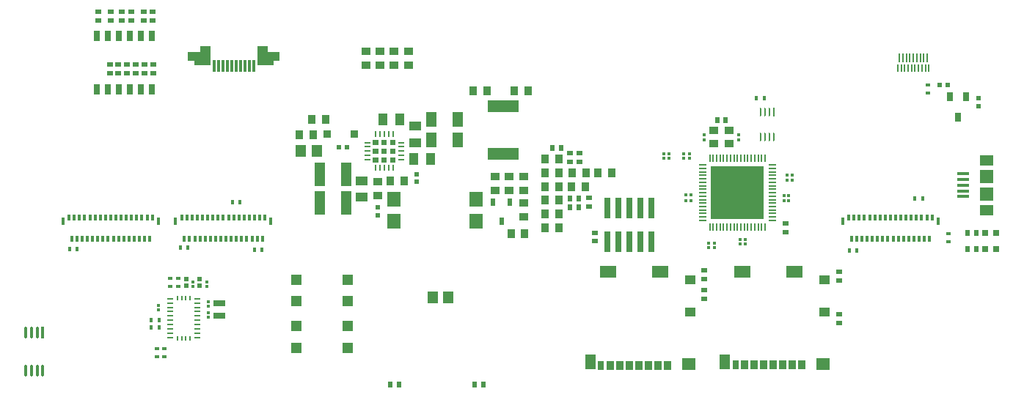
<source format=gtp>
G04*
G04 #@! TF.GenerationSoftware,Altium Limited,Altium Designer,21.6.1 (37)*
G04*
G04 Layer_Color=8421504*
%FSLAX44Y44*%
%MOMM*%
G71*
G04*
G04 #@! TF.SameCoordinates,B15FB352-D5CA-4759-B8DC-376305D7300E*
G04*
G04*
G04 #@! TF.FilePolarity,Positive*
G04*
G01*
G75*
%ADD17R,2.6500X1.1000*%
%ADD18R,1.9500X1.6000*%
%ADD19R,1.2500X2.3000*%
%ADD20R,1.5093X0.1093*%
%ADD21R,0.3500X1.4000*%
%ADD22O,0.3500X1.4000*%
%ADD23R,1.5500X1.3500*%
%ADD24R,1.1700X1.8000*%
%ADD25R,1.9000X1.3500*%
%ADD26R,1.2000X1.0000*%
%ADD27R,0.8500X1.1000*%
%ADD28R,0.8750X1.1000*%
%ADD29R,0.7500X1.1000*%
%ADD30R,0.6500X0.5500*%
%ADD31R,0.3200X0.3600*%
%ADD32R,1.0000X0.9000*%
%ADD33R,0.4500X0.5500*%
%ADD34R,1.0000X1.0000*%
%ADD35R,0.3050X1.4050*%
%ADD36R,0.4000X0.9500*%
%ADD37R,0.3000X0.6500*%
%ADD38R,0.5500X0.4500*%
%ADD39R,0.5200X0.5200*%
%ADD40R,0.2500X0.5750*%
%ADD41R,0.6750X0.2500*%
%ADD42R,1.4000X0.7500*%
%ADD43O,1.0000X0.2000*%
%ADD44O,0.2000X1.0000*%
%ADD45R,0.9000X1.0000*%
%ADD46R,0.5500X0.6500*%
G04:AMPARAMS|DCode=47|XSize=1.0111mm|YSize=0.2425mm|CornerRadius=0.1212mm|HoleSize=0mm|Usage=FLASHONLY|Rotation=270.000|XOffset=0mm|YOffset=0mm|HoleType=Round|Shape=RoundedRectangle|*
%AMROUNDEDRECTD47*
21,1,1.0111,0.0000,0,0,270.0*
21,1,0.7686,0.2425,0,0,270.0*
1,1,0.2425,0.0000,-0.3843*
1,1,0.2425,0.0000,0.3843*
1,1,0.2425,0.0000,0.3843*
1,1,0.2425,0.0000,-0.3843*
%
%ADD47ROUNDEDRECTD47*%
%ADD48R,0.6200X0.6200*%
%ADD49R,0.6200X0.6200*%
%ADD50R,1.1500X1.8000*%
G04:AMPARAMS|DCode=51|XSize=0.55mm|YSize=0.8mm|CornerRadius=0.0495mm|HoleSize=0mm|Usage=FLASHONLY|Rotation=0.000|XOffset=0mm|YOffset=0mm|HoleType=Round|Shape=RoundedRectangle|*
%AMROUNDEDRECTD51*
21,1,0.5500,0.7010,0,0,0.0*
21,1,0.4510,0.8000,0,0,0.0*
1,1,0.0990,0.2255,-0.3505*
1,1,0.0990,-0.2255,-0.3505*
1,1,0.0990,-0.2255,0.3505*
1,1,0.0990,0.2255,0.3505*
%
%ADD51ROUNDEDRECTD51*%
%ADD52R,0.2300X0.8500*%
%ADD53R,0.2300X1.0000*%
%ADD54R,0.8000X1.0000*%
%ADD55R,1.1500X1.4500*%
%ADD56R,1.5500X1.5000*%
%ADD57R,1.3500X0.4000*%
%ADD58R,0.7600X2.4000*%
%ADD59R,6.2000X6.2000*%
%ADD60R,0.8000X0.8000*%
%ADD61R,1.2000X1.2000*%
%ADD62R,0.3600X0.3200*%
%ADD63R,0.7600X1.2500*%
%ADD64R,0.2425X1.0111*%
%ADD65R,1.5200X1.7800*%
%ADD66R,0.2500X0.7000*%
%ADD67R,0.7000X0.2500*%
%ADD68R,0.9000X0.9500*%
%ADD69R,1.1500X2.7000*%
%ADD70R,1.0500X1.4000*%
%ADD71R,3.5600X1.4000*%
%ADD72R,1.4000X1.0500*%
%ADD73R,1.5500X1.2000*%
%ADD74R,1.5500X1.2000*%
G36*
X438852Y297788D02*
X432852D01*
Y303788D01*
X438852D01*
Y297788D01*
D02*
G37*
G36*
X428852D02*
X422852D01*
Y303788D01*
X428852D01*
Y297788D01*
D02*
G37*
G36*
X418852D02*
X412852D01*
Y303788D01*
X418852D01*
Y297788D01*
D02*
G37*
G36*
X438852Y287788D02*
X432852D01*
Y293788D01*
X438852D01*
Y287788D01*
D02*
G37*
G36*
X428852D02*
X422852D01*
Y293788D01*
X428852D01*
Y287788D01*
D02*
G37*
G36*
X418852D02*
X412852D01*
Y293788D01*
X418852D01*
Y287788D01*
D02*
G37*
G36*
X438852Y277788D02*
X432852D01*
Y283788D01*
X438852D01*
Y277788D01*
D02*
G37*
G36*
X428852D02*
X422852D01*
Y283788D01*
X428852D01*
Y277788D01*
D02*
G37*
G36*
X418852D02*
X412852D01*
Y283788D01*
X418852D01*
Y277788D01*
D02*
G37*
D17*
X212137Y400458D02*
D03*
X292636Y400458D02*
D03*
D18*
X215637Y397958D02*
D03*
X289136Y397958D02*
D03*
D19*
X219137Y401458D02*
D03*
X285637D02*
D03*
D20*
X867918Y321564D02*
D03*
D21*
X31750Y81500D02*
D03*
D22*
X25250D02*
D03*
X18750D02*
D03*
X12250D02*
D03*
X25250Y37500D02*
D03*
X31750D02*
D03*
X18750D02*
D03*
X12250D02*
D03*
D23*
X932475Y44725D02*
D03*
X777194Y44722D02*
D03*
D24*
X819275Y46975D02*
D03*
X663994Y46972D02*
D03*
D25*
X899225Y151725D02*
D03*
X839525D02*
D03*
X684244Y151722D02*
D03*
X743944D02*
D03*
D26*
X934225Y141975D02*
D03*
Y104975D02*
D03*
X778944Y141972D02*
D03*
Y104972D02*
D03*
D27*
X907875Y43475D02*
D03*
X885875D02*
D03*
X874875D02*
D03*
X863875D02*
D03*
X852875D02*
D03*
X841875D02*
D03*
X719594Y43472D02*
D03*
X697594D02*
D03*
X752594D02*
D03*
X730594D02*
D03*
X708594D02*
D03*
X686594D02*
D03*
D28*
X896875Y43475D02*
D03*
X741594Y43472D02*
D03*
D29*
X831375Y43475D02*
D03*
X676094Y43472D02*
D03*
D30*
X950750Y92500D02*
D03*
Y102500D02*
D03*
X951000Y141500D02*
D03*
Y151500D02*
D03*
X662313Y226820D02*
D03*
X95962Y452000D02*
D03*
X110000D02*
D03*
X123000D02*
D03*
X134000D02*
D03*
X148000D02*
D03*
X158700D02*
D03*
X119000Y391000D02*
D03*
X139000D02*
D03*
X149000D02*
D03*
X109000D02*
D03*
X129000D02*
D03*
X159000D02*
D03*
X889200Y197100D02*
D03*
X795250Y153250D02*
D03*
X651256Y278718D02*
D03*
X640334D02*
D03*
X668838Y196633D02*
D03*
X159000Y381000D02*
D03*
X129000D02*
D03*
X109000D02*
D03*
X149000D02*
D03*
X139000D02*
D03*
X119000D02*
D03*
X889200Y207100D02*
D03*
X668838Y186633D02*
D03*
X640334Y288718D02*
D03*
X651256D02*
D03*
X158700Y442000D02*
D03*
X148000D02*
D03*
X134000D02*
D03*
X123000D02*
D03*
X110000D02*
D03*
X95962D02*
D03*
X662313Y236820D02*
D03*
X795250Y143250D02*
D03*
Y130250D02*
D03*
Y120250D02*
D03*
D31*
X222600Y111218D02*
D03*
Y116818D02*
D03*
Y104360D02*
D03*
Y98760D02*
D03*
X165000Y107200D02*
D03*
Y112800D02*
D03*
X205000Y134200D02*
D03*
Y139800D02*
D03*
X221000Y134200D02*
D03*
Y139800D02*
D03*
X748300Y282500D02*
D03*
Y288100D02*
D03*
X754900Y282500D02*
D03*
Y288100D02*
D03*
X795528Y309378D02*
D03*
X834644Y303778D02*
D03*
Y309378D02*
D03*
X795528Y303778D02*
D03*
X842772Y188976D02*
D03*
Y183376D02*
D03*
X836422Y188976D02*
D03*
Y183376D02*
D03*
X771400Y282500D02*
D03*
Y288100D02*
D03*
X777900Y282500D02*
D03*
Y288100D02*
D03*
X891032Y263150D02*
D03*
Y257550D02*
D03*
X897102Y263150D02*
D03*
Y257550D02*
D03*
X806704Y184664D02*
D03*
Y179064D02*
D03*
X800215Y184662D02*
D03*
Y179062D02*
D03*
D32*
X405000Y390000D02*
D03*
Y406000D02*
D03*
X421000Y406000D02*
D03*
Y390000D02*
D03*
X586590Y215028D02*
D03*
X805836Y315090D02*
D03*
X824336Y299590D02*
D03*
Y315090D02*
D03*
X805836Y299590D02*
D03*
X570144Y261762D02*
D03*
Y245762D02*
D03*
X437000Y390000D02*
D03*
Y406000D02*
D03*
X454000Y390000D02*
D03*
Y406000D02*
D03*
X418450Y255550D02*
D03*
Y239550D02*
D03*
X554142Y261762D02*
D03*
Y245762D02*
D03*
X586654Y261762D02*
D03*
Y245762D02*
D03*
X586590Y231028D02*
D03*
D33*
X71500Y178000D02*
D03*
X62500D02*
D03*
X156700Y86900D02*
D03*
X165700D02*
D03*
X156700Y95700D02*
D03*
X165700D02*
D03*
X962500Y176000D02*
D03*
X971500D02*
D03*
X199500Y179000D02*
D03*
X190500D02*
D03*
X1038500Y236000D02*
D03*
X1047500D02*
D03*
X284800Y176600D02*
D03*
X275800D02*
D03*
X250500Y232000D02*
D03*
X259500D02*
D03*
X855293Y352228D02*
D03*
X864293D02*
D03*
D34*
X215227Y398848D02*
D03*
X289377Y398768D02*
D03*
D35*
X229887Y388958D02*
D03*
X234887D02*
D03*
X239887D02*
D03*
X244887D02*
D03*
X249887D02*
D03*
X254887D02*
D03*
X259887D02*
D03*
X264887D02*
D03*
X269887D02*
D03*
X274887D02*
D03*
D03*
D36*
X295122Y210158D02*
D03*
X185122D02*
D03*
X55122D02*
D03*
X165122D02*
D03*
X955122D02*
D03*
X1065122D02*
D03*
D37*
X195197Y189158D02*
D03*
X201197D02*
D03*
X207197D02*
D03*
X213197D02*
D03*
X219197D02*
D03*
X225197D02*
D03*
X231197D02*
D03*
X237197D02*
D03*
X243197D02*
D03*
X249197D02*
D03*
X255197D02*
D03*
X261197D02*
D03*
X267197D02*
D03*
X273197D02*
D03*
X279197D02*
D03*
X192122Y213657D02*
D03*
X198122D02*
D03*
X204122D02*
D03*
X210122D02*
D03*
X216122D02*
D03*
X222122D02*
D03*
X228122D02*
D03*
X234122D02*
D03*
X240122D02*
D03*
X246122D02*
D03*
X252122D02*
D03*
X258122D02*
D03*
X264122D02*
D03*
X270122D02*
D03*
X276122D02*
D03*
X282122D02*
D03*
X285197Y189158D02*
D03*
X288122Y213657D02*
D03*
X158122D02*
D03*
X155197Y189158D02*
D03*
X152122Y213657D02*
D03*
X146122D02*
D03*
X140122D02*
D03*
X134122D02*
D03*
X128122D02*
D03*
X122122D02*
D03*
X116122D02*
D03*
X110122D02*
D03*
X104122D02*
D03*
X98122D02*
D03*
X92122D02*
D03*
X86122D02*
D03*
X80122D02*
D03*
X74122D02*
D03*
X68122D02*
D03*
X62122D02*
D03*
X149197Y189158D02*
D03*
X143197D02*
D03*
X137197D02*
D03*
X131197D02*
D03*
X125197D02*
D03*
X119197D02*
D03*
X113197D02*
D03*
X107197D02*
D03*
X101197D02*
D03*
X95197D02*
D03*
X89197D02*
D03*
X83197D02*
D03*
X77197D02*
D03*
X71197D02*
D03*
X65197D02*
D03*
X1058122Y213657D02*
D03*
X1055197Y189158D02*
D03*
X1052122Y213657D02*
D03*
X1046122D02*
D03*
X1040122D02*
D03*
X1034122D02*
D03*
X1028122D02*
D03*
X1022122D02*
D03*
X1016122D02*
D03*
X1010122D02*
D03*
X1004122D02*
D03*
X998122D02*
D03*
X992122D02*
D03*
X986122D02*
D03*
X980122D02*
D03*
X974122D02*
D03*
X968122D02*
D03*
X962122D02*
D03*
X1049197Y189158D02*
D03*
X1043197D02*
D03*
X1037197D02*
D03*
X1031197D02*
D03*
X1025197D02*
D03*
X1019197D02*
D03*
X1013197D02*
D03*
X1007197D02*
D03*
X1001197D02*
D03*
X995197D02*
D03*
X989197D02*
D03*
X983197D02*
D03*
X977197D02*
D03*
X971197D02*
D03*
X965197D02*
D03*
D38*
X172250Y62250D02*
D03*
Y53250D02*
D03*
X163250Y62250D02*
D03*
Y53250D02*
D03*
X179000Y143500D02*
D03*
Y134500D02*
D03*
X187989Y143500D02*
D03*
Y134500D02*
D03*
X1076750Y186250D02*
D03*
Y195250D02*
D03*
X1053750Y367000D02*
D03*
Y358000D02*
D03*
D39*
X197000Y143000D02*
D03*
Y135000D02*
D03*
X213000Y143000D02*
D03*
Y135000D02*
D03*
D40*
X186951Y120906D02*
D03*
X191951D02*
D03*
X196951D02*
D03*
X201951D02*
D03*
Y74656D02*
D03*
X196951D02*
D03*
X191951D02*
D03*
X186951D02*
D03*
D41*
X178826Y75281D02*
D03*
Y80281D02*
D03*
Y85281D02*
D03*
Y90281D02*
D03*
Y95281D02*
D03*
Y100281D02*
D03*
Y105281D02*
D03*
Y110281D02*
D03*
Y115281D02*
D03*
Y120281D02*
D03*
X210076Y115281D02*
D03*
Y110281D02*
D03*
Y105281D02*
D03*
Y100281D02*
D03*
Y95281D02*
D03*
Y90281D02*
D03*
Y85281D02*
D03*
Y80281D02*
D03*
Y75281D02*
D03*
Y120281D02*
D03*
D42*
X235750Y115050D02*
D03*
Y100450D02*
D03*
D43*
X793506Y230762D02*
D03*
Y242762D02*
D03*
X793506Y266762D02*
D03*
X873506Y254762D02*
D03*
X793506Y218762D02*
D03*
X793506Y254762D02*
D03*
X873506Y266762D02*
D03*
X873506Y230762D02*
D03*
Y210762D02*
D03*
Y214762D02*
D03*
X873506Y218762D02*
D03*
Y222762D02*
D03*
Y226762D02*
D03*
X873506Y234762D02*
D03*
Y238762D02*
D03*
Y242762D02*
D03*
Y246762D02*
D03*
Y250762D02*
D03*
X873506Y258762D02*
D03*
X873506Y262762D02*
D03*
Y270762D02*
D03*
X873506Y274762D02*
D03*
X793506D02*
D03*
X793506Y270762D02*
D03*
Y262762D02*
D03*
X793506Y258762D02*
D03*
X793506Y250762D02*
D03*
Y246762D02*
D03*
Y238762D02*
D03*
Y234762D02*
D03*
X793506Y226762D02*
D03*
Y222762D02*
D03*
X793506Y214762D02*
D03*
Y210762D02*
D03*
D44*
X825506Y282762D02*
D03*
X845506Y202762D02*
D03*
X833506D02*
D03*
X809506Y202762D02*
D03*
Y282762D02*
D03*
X821506Y282762D02*
D03*
X857506Y202762D02*
D03*
X821506Y202762D02*
D03*
X801506D02*
D03*
X805506D02*
D03*
X813506Y202762D02*
D03*
X817506D02*
D03*
X825506Y202762D02*
D03*
X829506D02*
D03*
X837506D02*
D03*
X841506D02*
D03*
X849506Y202762D02*
D03*
X853506Y202762D02*
D03*
X861506D02*
D03*
X865506Y202762D02*
D03*
Y282762D02*
D03*
X861506Y282762D02*
D03*
X857506Y282762D02*
D03*
X853506Y282762D02*
D03*
X849506Y282762D02*
D03*
X845506Y282762D02*
D03*
X841506D02*
D03*
X837506D02*
D03*
X833506D02*
D03*
X829506D02*
D03*
X817506Y282762D02*
D03*
X813506D02*
D03*
X805506Y282762D02*
D03*
X801506D02*
D03*
D45*
X611452Y218440D02*
D03*
Y234188D02*
D03*
Y249936D02*
D03*
Y202438D02*
D03*
Y265938D02*
D03*
Y281686D02*
D03*
X657600Y249400D02*
D03*
X528128Y360464D02*
D03*
X658600Y265850D02*
D03*
X672250Y265800D02*
D03*
X627452Y218440D02*
D03*
Y234188D02*
D03*
Y249936D02*
D03*
Y202438D02*
D03*
Y265938D02*
D03*
Y281686D02*
D03*
X641600Y249400D02*
D03*
X592000Y360550D02*
D03*
X642600Y265850D02*
D03*
X688250Y265800D02*
D03*
X576000Y360550D02*
D03*
X342520Y327406D02*
D03*
X358520D02*
D03*
X588136Y195834D02*
D03*
X572136D02*
D03*
X544128Y360464D02*
D03*
X344104Y309410D02*
D03*
X328104D02*
D03*
X448878Y256324D02*
D03*
X432878D02*
D03*
D46*
X640504Y236375D02*
D03*
X619952Y294894D02*
D03*
X640504Y225779D02*
D03*
X1109026Y177769D02*
D03*
X1099026D02*
D03*
X1109026Y196049D02*
D03*
X1099026D02*
D03*
X650504Y225779D02*
D03*
X650504Y236375D02*
D03*
X820086Y326898D02*
D03*
X810086D02*
D03*
X540432Y21336D02*
D03*
X530432D02*
D03*
X442642Y20828D02*
D03*
X432642D02*
D03*
X629952Y294894D02*
D03*
D47*
X875418Y307059D02*
D03*
X860418Y336069D02*
D03*
X870418Y307059D02*
D03*
X865418D02*
D03*
X860418D02*
D03*
X865418Y336069D02*
D03*
X870418D02*
D03*
D48*
X1111946Y351756D02*
D03*
Y342756D02*
D03*
X418200Y225850D02*
D03*
Y216850D02*
D03*
X462892Y264358D02*
D03*
Y255358D02*
D03*
D49*
X1076000Y367500D02*
D03*
X382888Y295402D02*
D03*
X373888D02*
D03*
X1067000Y367500D02*
D03*
D50*
X510474Y327952D02*
D03*
X480474Y304076D02*
D03*
X510474D02*
D03*
X480474Y327952D02*
D03*
D51*
X561190Y209996D02*
D03*
X570690Y231996D02*
D03*
X551690D02*
D03*
D52*
X1030509Y386742D02*
D03*
X1042509D02*
D03*
X1054509D02*
D03*
X1050509D02*
D03*
X1046509D02*
D03*
X1038509D02*
D03*
X1034509D02*
D03*
X1026509D02*
D03*
X1022509D02*
D03*
X1018509D02*
D03*
D53*
X1024509Y398992D02*
D03*
X1036509D02*
D03*
X1048509D02*
D03*
X1052509D02*
D03*
X1044509D02*
D03*
X1040509D02*
D03*
X1032509D02*
D03*
X1028509D02*
D03*
X1020509D02*
D03*
D54*
X1097570Y354176D02*
D03*
X1088070Y330176D02*
D03*
X1078570Y354176D02*
D03*
D55*
X481579Y121905D02*
D03*
X347770Y291122D02*
D03*
X329770D02*
D03*
X499579Y121905D02*
D03*
D56*
X1120981Y261471D02*
D03*
Y241471D02*
D03*
D57*
X1093981Y264471D02*
D03*
Y238471D02*
D03*
Y244971D02*
D03*
Y251471D02*
D03*
Y257971D02*
D03*
D58*
X708752Y224923D02*
D03*
X734152Y185923D02*
D03*
X683352D02*
D03*
X696052D02*
D03*
X708752D02*
D03*
X721452D02*
D03*
X683352Y224923D02*
D03*
X696052D02*
D03*
X721452D02*
D03*
X734152D02*
D03*
D59*
X833506Y242762D02*
D03*
D60*
X1132111Y195935D02*
D03*
Y177727D02*
D03*
X1119611D02*
D03*
Y195935D02*
D03*
D61*
X324750Y63500D02*
D03*
Y88500D02*
D03*
X383750Y63500D02*
D03*
Y88500D02*
D03*
X324764Y117500D02*
D03*
Y142500D02*
D03*
X383764Y117500D02*
D03*
Y142500D02*
D03*
D62*
X779780Y233426D02*
D03*
X774180D02*
D03*
X779786Y240030D02*
D03*
X774186D02*
D03*
X892810Y239776D02*
D03*
X887210D02*
D03*
X892808Y233172D02*
D03*
X887208D02*
D03*
D63*
X94250Y362250D02*
D03*
X106950D02*
D03*
X119650D02*
D03*
X132350D02*
D03*
X145050D02*
D03*
X157750D02*
D03*
X94250Y423750D02*
D03*
X106950D02*
D03*
X119650D02*
D03*
X132350D02*
D03*
X145050D02*
D03*
X157750D02*
D03*
D64*
X875418Y336069D02*
D03*
D65*
X436984Y234966D02*
D03*
Y209566D02*
D03*
X532184Y234966D02*
D03*
Y209566D02*
D03*
D66*
X415852Y271288D02*
D03*
X420852D02*
D03*
X425852D02*
D03*
X430852D02*
D03*
X435852D02*
D03*
Y310288D02*
D03*
X430852D02*
D03*
X425852D02*
D03*
X420852D02*
D03*
X415852D02*
D03*
D67*
X445352Y280788D02*
D03*
Y285788D02*
D03*
Y290788D02*
D03*
Y295788D02*
D03*
Y300788D02*
D03*
X406352D02*
D03*
Y295788D02*
D03*
Y290788D02*
D03*
Y285788D02*
D03*
Y280788D02*
D03*
D68*
X360172Y310642D02*
D03*
X391672Y310642D02*
D03*
D69*
X351710Y263944D02*
D03*
X381710D02*
D03*
X351710Y231432D02*
D03*
X381710D02*
D03*
D70*
X443632Y327168D02*
D03*
X424632D02*
D03*
X478996Y282210D02*
D03*
X459996D02*
D03*
D71*
X563052Y342552D02*
D03*
Y287952D02*
D03*
D72*
X461876Y300752D02*
D03*
Y319752D02*
D03*
X400154Y237404D02*
D03*
Y256404D02*
D03*
D73*
X1120980Y280471D02*
D03*
D74*
Y222472D02*
D03*
M02*

</source>
